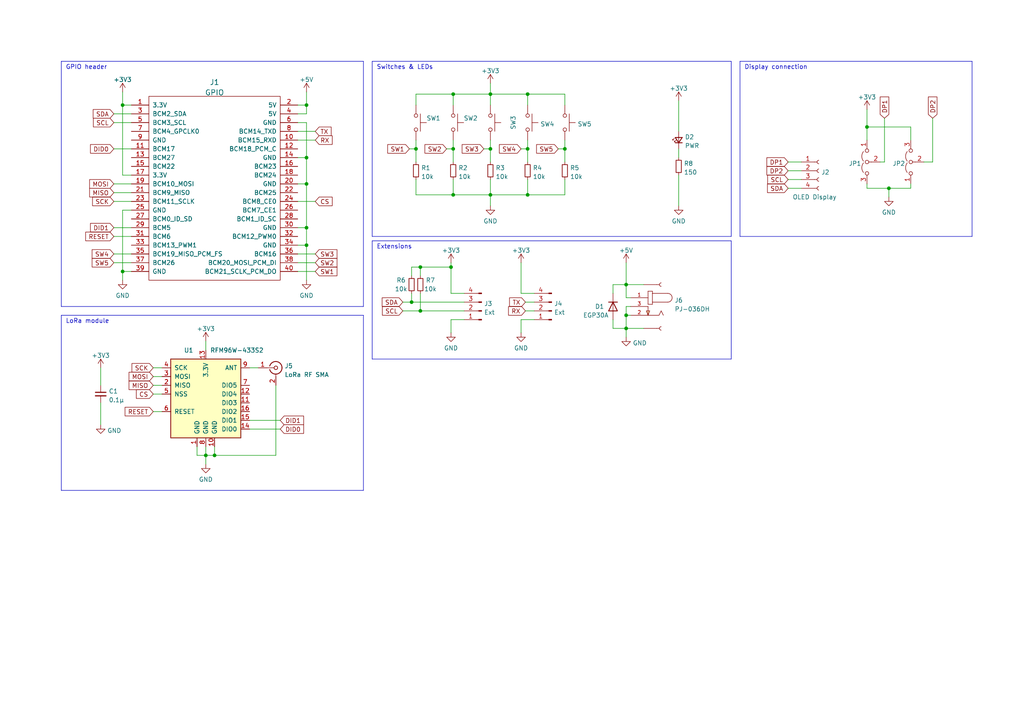
<source format=kicad_sch>
(kicad_sch (version 20230121) (generator eeschema)
  (paper "A4")
  (title_block (title "LoRa Raspberry Pi HAT") (date "2023-10-28") (rev "1,1") (company "SWISS-ARTG"))
  (lib_symbols
    (symbol "Conn_01x01_Female_1" (pin_numbers hide) (pin_names (offset 1.016) hide)
      (property "Reference" "J" (at 0 2.54 0))
      (property "Value" "Conn_01x01_Female_1" (at 0 -2.54 0))
      (symbol "Conn_01x01_Female_1_1_1"
        (polyline (pts (xy -1.27 0) (xy -0.508 0)) (stroke (width 0.1524)))
        (arc (start 0 0.508) (mid -0.5058 0) (end 0 -0.508) (stroke (width 0.1524)))
        (pin passive line (at -5.08 0 0) (length 3.81) (name "Pin_1") (number "1"))
      )
    )
    (symbol "Connector:Conn_01x01_Female" (pin_numbers hide) (pin_names (offset 1.016) hide)
      (property "Reference" "J" (at 0 2.54 0))
      (property "Value" "Conn_01x01_Female" (at 0 -2.54 0))
      (symbol "Conn_01x01_Female_1_1"
        (polyline (pts (xy -1.27 0) (xy -0.508 0)) (stroke (width 0.1524)))
        (arc (start 0 0.508) (mid -0.5058 0) (end 0 -0.508) (stroke (width 0.1524)))
        (pin passive line (at -5.08 0 0) (length 3.81) (name "Pin_1") (number "1"))
      )
    )
    (symbol "Connector:Conn_01x04_Female" (pin_names (offset 1.016) hide)
      (property "Reference" "J" (at 0 5.08 0))
      (property "Value" "Conn_01x04_Female" (at 0 -7.62 0))
      (symbol "Conn_01x04_Female_1_1"
        (arc (start 0 -4.572) (mid -0.5058 -5.08) (end 0 -5.588) (stroke (width 0.1524)))
        (arc (start 0 -2.032) (mid -0.5058 -2.54) (end 0 -3.048) (stroke (width 0.1524)))
        (polyline (pts (xy -1.27 -5.08) (xy -0.508 -5.08)) (stroke (width 0.1524)))
        (polyline (pts (xy -1.27 -2.54) (xy -0.508 -2.54)) (stroke (width 0.1524)))
        (polyline (pts (xy -1.27 0) (xy -0.508 0)) (stroke (width 0.1524)))
        (polyline (pts (xy -1.27 2.54) (xy -0.508 2.54)) (stroke (width 0.1524)))
        (arc (start 0 0.508) (mid -0.5058 0) (end 0 -0.508) (stroke (width 0.1524)))
        (arc (start 0 3.048) (mid -0.5058 2.54) (end 0 2.032) (stroke (width 0.1524)))
        (pin passive line (at -5.08 2.54 0) (length 3.81) (name "Pin_1") (number "1"))
        (pin passive line (at -5.08 0 0) (length 3.81) (name "Pin_2") (number "2"))
        (pin passive line (at -5.08 -2.54 0) (length 3.81) (name "Pin_3") (number "3"))
        (pin passive line (at -5.08 -5.08 0) (length 3.81) (name "Pin_4") (number "4"))
      )
    )
    (symbol "Connector:Conn_01x04_Male" (pin_names (offset 1.016) hide)
      (property "Reference" "J" (at 0 5.08 0))
      (property "Value" "Conn_01x04_Male" (at 0 -7.62 0))
      (symbol "Conn_01x04_Male_1_1"
        (polyline (pts (xy 1.27 -5.08) (xy 0.8636 -5.08)) (stroke (width 0.1524)))
        (polyline (pts (xy 1.27 -2.54) (xy 0.8636 -2.54)) (stroke (width 0.1524)))
        (polyline (pts (xy 1.27 0) (xy 0.8636 0)) (stroke (width 0.1524)))
        (polyline (pts (xy 1.27 2.54) (xy 0.8636 2.54)) (stroke (width 0.1524)))
        (rectangle (start 0.8636 -4.953) (end 0 -5.207) (stroke (width 0.1524)) (fill (type outline)))
        (rectangle (start 0.8636 -2.413) (end 0 -2.667) (stroke (width 0.1524)) (fill (type outline)))
        (rectangle (start 0.8636 0.127) (end 0 -0.127) (stroke (width 0.1524)) (fill (type outline)))
        (rectangle (start 0.8636 2.667) (end 0 2.413) (stroke (width 0.1524)) (fill (type outline)))
        (pin passive line (at 5.08 2.54 180) (length 3.81) (name "Pin_1") (number "1"))
        (pin passive line (at 5.08 0 180) (length 3.81) (name "Pin_2") (number "2"))
        (pin passive line (at 5.08 -2.54 180) (length 3.81) (name "Pin_3") (number "3"))
        (pin passive line (at 5.08 -5.08 180) (length 3.81) (name "Pin_4") (number "4"))
      )
    )
    (symbol "Connector:Conn_Coaxial" (pin_names (offset 1.016) hide)
      (property "Reference" "J" (at 0.254 3.048 0))
      (property "Value" "Conn_Coaxial" (at 2.921 0 90))
      (symbol "Conn_Coaxial_0_1"
        (arc (start -1.778 -0.508) (mid 0.222 -1.808) (end 1.778 0) (stroke (width 0.254)))
        (polyline (pts (xy -2.54 0) (xy -0.508 0)))
        (polyline (pts (xy 0 -2.54) (xy 0 -1.778)))
        (circle (center 0 0) (radius 0.508) (stroke (width 0.2032)))
        (arc (start 1.778 0) (mid 0.222 1.8083) (end -1.778 0.508) (stroke (width 0.254)))
      )
      (symbol "Conn_Coaxial_1_1"
        (pin passive line (at -5.08 0 0) (length 2.54) (name "In") (number "1"))
        (pin passive line (at 0 -5.08 90) (length 2.54) (name "Ext") (number "2"))
      )
    )
    (symbol "Device:C_Small" (pin_numbers hide) (pin_names (offset 0.254) hide)
      (property "Reference" "C" (at 0.254 1.778 0))
      (property "Value" "C_Small" (at 0.254 -2.032 0))
      (symbol "C_Small_0_1"
        (polyline (pts (xy -1.524 -0.508) (xy 1.524 -0.508)) (stroke (width 0.3302)))
        (polyline (pts (xy -1.524 0.508) (xy 1.524 0.508)) (stroke (width 0.3048)))
      )
      (symbol "C_Small_1_1"
        (pin passive line (at 0 2.54 270) (length 2.032) (name "~") (number "1"))
        (pin passive line (at 0 -2.54 90) (length 2.032) (name "~") (number "2"))
      )
    )
    (symbol "Device:LED_Small" (pin_numbers hide) (pin_names (offset 0.254) hide)
      (property "Reference" "D" (at -1.27 3.175 0))
      (property "Value" "LED_Small" (at -4.445 -2.54 0))
      (symbol "LED_Small_0_1"
        (polyline (pts (xy -0.762 -1.016) (xy -0.762 1.016)) (stroke (width 0.254)))
        (polyline (pts (xy 1.016 0) (xy -0.762 0)))
        (polyline (pts (xy 0.762 -1.016) (xy -0.762 0) (xy 0.762 1.016) (xy 0.762 -1.016)) (stroke (width 0.254)))
        (polyline (pts (xy 0 0.762) (xy -0.508 1.27) (xy -0.254 1.27) (xy -0.508 1.27) (xy -0.508 1.016)))
        (polyline (pts (xy 0.508 1.27) (xy 0 1.778) (xy 0.254 1.778) (xy 0 1.778) (xy 0 1.524)))
      )
      (symbol "LED_Small_1_1"
        (pin passive line (at -2.54 0 0) (length 1.778) (name "K") (number "1"))
        (pin passive line (at 2.54 0 180) (length 1.778) (name "A") (number "2"))
      )
    )
    (symbol "Device:R_Small" (pin_numbers hide) (pin_names (offset 0.254) hide)
      (property "Reference" "R" (at 0.762 0.508 0))
      (property "Value" "R_Small" (at 0.762 -1.016 0))
      (symbol "R_Small_0_1"
        (rectangle (start -0.762 1.778) (end 0.762 -1.778) (stroke (width 0.2032)))
      )
      (symbol "R_Small_1_1"
        (pin passive line (at 0 2.54 270) (length 0.762) (name "~") (number "1"))
        (pin passive line (at 0 -2.54 90) (length 0.762) (name "~") (number "2"))
      )
    )
    (symbol "DigiLink-Micro:PJ-036DH" (pin_names (offset 1.016) hide)
      (property "Reference" "J" (at -7.62 5.08 0))
      (property "Value" "PJ-036DH" (at -7.62 -5.08 0))
      (symbol "PJ-036DH_0_0"
        (arc (start -5.715 3.81) (mid -6.9795 2.54) (end -5.715 1.27) (stroke (width 0.1524)))
        (polyline (pts (xy -5.715 3.81) (xy -1.27 3.81)) (stroke (width 0.1524)))
        (polyline (pts (xy -3.81 -1.27) (xy -4.445 -2.54)) (stroke (width 0.1524)))
        (polyline (pts (xy -3.175 -2.54) (xy -3.81 -1.27)) (stroke (width 0.1524)))
        (polyline (pts (xy -1.27 0.635) (xy 0 0.635)) (stroke (width 0.1524)))
        (polyline (pts (xy -1.27 1.27) (xy -5.715 1.27)) (stroke (width 0.1524)))
        (polyline (pts (xy -1.27 1.27) (xy -1.27 0.635)) (stroke (width 0.1524)))
        (polyline (pts (xy -1.27 3.81) (xy -1.27 1.27)) (stroke (width 0.1524)))
        (polyline (pts (xy -1.27 4.445) (xy -1.27 3.81)) (stroke (width 0.1524)))
        (polyline (pts (xy 0 -2.54) (xy -3.175 -2.54)) (stroke (width 0.1524)))
        (polyline (pts (xy 0 0) (xy 0 -2.54)) (stroke (width 0.1524)))
        (polyline (pts (xy 0 0.635) (xy 0 4.445)) (stroke (width 0.1524)))
        (polyline (pts (xy 0 4.445) (xy -1.27 4.445)) (stroke (width 0.1524)))
        (polyline (pts (xy 0 -2.54) (xy -0.508 -1.27) (xy 0.508 -1.27) (xy 0 -2.54)) (stroke (width 0.1524)) (fill (type background)))
        (pin passive line (at 5.08 2.54 180) (length 5.08) (name "~") (number "1"))
        (pin passive line (at 5.08 -2.54 180) (length 5.08) (name "~") (number "2"))
        (pin passive line (at 5.08 0 180) (length 5.08) (name "~") (number "3"))
      )
    )
    (symbol "Diode:1N5400" (pin_numbers hide) (pin_names (offset 1.016) hide)
      (property "Reference" "D" (at 0 2.54 0))
      (property "Value" "1N5400" (at 0 -2.54 0))
      (symbol "1N5400_0_1"
        (polyline (pts (xy -1.27 1.27) (xy -1.27 -1.27)) (stroke (width 0.254)))
        (polyline (pts (xy 1.27 0) (xy -1.27 0)))
        (polyline (pts (xy 1.27 1.27) (xy 1.27 -1.27) (xy -1.27 0) (xy 1.27 1.27)) (stroke (width 0.254)))
      )
      (symbol "1N5400_1_1"
        (pin passive line (at -3.81 0 0) (length 2.54) (name "K") (number "1"))
        (pin passive line (at 3.81 0 180) (length 2.54) (name "A") (number "2"))
      )
    )
    (symbol "Jumper:Jumper_3_Open" (pin_names (offset 0) hide)
      (property "Reference" "JP" (at -2.54 -2.54 0))
      (property "Value" "Jumper_3_Open" (at 0 2.794 0))
      (symbol "Jumper_3_Open_0_0"
        (circle (center -3.302 0) (radius 0.508))
        (circle (center 0 0) (radius 0.508))
        (circle (center 3.302 0) (radius 0.508))
      )
      (symbol "Jumper_3_Open_0_1"
        (arc (start -0.254 1.016) (mid -1.651 1.4992) (end -3.048 1.016))
        (polyline (pts (xy 0 -0.508) (xy 0 -1.27)))
        (arc (start 3.048 1.016) (mid 1.651 1.4992) (end 0.254 1.016))
      )
      (symbol "Jumper_3_Open_1_1"
        (pin passive line (at -6.35 0 0) (length 2.54) (name "A") (number "1"))
        (pin passive line (at 0 -3.81 90) (length 2.54) (name "C") (number "2"))
        (pin passive line (at 6.35 0 180) (length 2.54) (name "B") (number "3"))
      )
    )
    (symbol "LoRa_Hat:RPi_GPIO" (pin_names (offset 1.016))
      (property "Reference" "J" (at 19.05 6.35 0))
      (property "Value" "RPi_GPIO" (at 19.05 3.81 0))
      (symbol "RPi_GPIO_0_1"
        (rectangle (start 0 2.54) (end 38.1 -50.8))
      )
      (symbol "RPi_GPIO_1_1"
        (pin power_in line (at -5.08 0 0) (length 5.08) (name "3.3V") (number "1"))
        (pin bidirectional line (at 43.18 -10.16 180) (length 5.08) (name "BCM15_RXD") (number "10"))
        (pin bidirectional line (at -5.08 -12.7 0) (length 5.08) (name "BCM17") (number "11"))
        (pin bidirectional line (at 43.18 -12.7 180) (length 5.08) (name "BCM18_PCM_C") (number "12"))
        (pin bidirectional line (at -5.08 -15.24 0) (length 5.08) (name "BCM27") (number "13"))
        (pin power_in line (at 43.18 -15.24 180) (length 5.08) (name "GND") (number "14"))
        (pin bidirectional line (at -5.08 -17.78 0) (length 5.08) (name "BCM22") (number "15"))
        (pin bidirectional line (at 43.18 -17.78 180) (length 5.08) (name "BCM23") (number "16"))
        (pin power_in line (at -5.08 -20.32 0) (length 5.08) (name "3.3V") (number "17"))
        (pin bidirectional line (at 43.18 -20.32 180) (length 5.08) (name "BCM24") (number "18"))
        (pin bidirectional line (at -5.08 -22.86 0) (length 5.08) (name "BCM10_MOSI") (number "19"))
        (pin power_in line (at 43.18 0 180) (length 5.08) (name "5V") (number "2"))
        (pin power_in line (at 43.18 -22.86 180) (length 5.08) (name "GND") (number "20"))
        (pin bidirectional line (at -5.08 -25.4 0) (length 5.08) (name "BCM9_MISO") (number "21"))
        (pin bidirectional line (at 43.18 -25.4 180) (length 5.08) (name "BCM25") (number "22"))
        (pin bidirectional line (at -5.08 -27.94 0) (length 5.08) (name "BCM11_SCLK") (number "23"))
        (pin bidirectional line (at 43.18 -27.94 180) (length 5.08) (name "BCM8_CE0") (number "24"))
        (pin power_in line (at -5.08 -30.48 0) (length 5.08) (name "GND") (number "25"))
        (pin bidirectional line (at 43.18 -30.48 180) (length 5.08) (name "BCM7_CE1") (number "26"))
        (pin bidirectional line (at -5.08 -33.02 0) (length 5.08) (name "BCM0_ID_SD") (number "27"))
        (pin bidirectional line (at 43.18 -33.02 180) (length 5.08) (name "BCM1_ID_SC") (number "28"))
        (pin bidirectional line (at -5.08 -35.56 0) (length 5.08) (name "BCM5") (number "29"))
        (pin bidirectional line (at -5.08 -2.54 0) (length 5.08) (name "BCM2_SDA") (number "3"))
        (pin power_in line (at 43.18 -35.56 180) (length 5.08) (name "GND") (number "30"))
        (pin bidirectional line (at -5.08 -38.1 0) (length 5.08) (name "BCM6") (number "31"))
        (pin bidirectional line (at 43.18 -38.1 180) (length 5.08) (name "BCM12_PWM0") (number "32"))
        (pin bidirectional line (at -5.08 -40.64 0) (length 5.08) (name "BCM13_PWM1") (number "33"))
        (pin power_in line (at 43.18 -40.64 180) (length 5.08) (name "GND") (number "34"))
        (pin bidirectional line (at -5.08 -43.18 0) (length 5.08) (name "BCM19_MISO_PCM_FS") (number "35"))
        (pin bidirectional line (at 43.18 -43.18 180) (length 5.08) (name "BCM16") (number "36"))
        (pin bidirectional line (at -5.08 -45.72 0) (length 5.08) (name "BCM26") (number "37"))
        (pin bidirectional line (at 43.18 -45.72 180) (length 5.08) (name "BCM20_MOSI_PCM_DI") (number "38"))
        (pin power_in line (at -5.08 -48.26 0) (length 5.08) (name "GND") (number "39"))
        (pin power_in line (at 43.18 -2.54 180) (length 5.08) (name "5V") (number "4"))
        (pin bidirectional line (at 43.18 -48.26 180) (length 5.08) (name "BCM21_SCLK_PCM_DO") (number "40"))
        (pin bidirectional line (at -5.08 -5.08 0) (length 5.08) (name "BCM3_SCL") (number "5"))
        (pin power_in line (at 43.18 -5.08 180) (length 5.08) (name "GND") (number "6"))
        (pin bidirectional line (at -5.08 -7.62 0) (length 5.08) (name "BCM4_GPCLK0") (number "7"))
        (pin bidirectional line (at 43.18 -7.62 180) (length 5.08) (name "BCM14_TXD") (number "8"))
        (pin power_in line (at -5.08 -10.16 0) (length 5.08) (name "GND") (number "9"))
      )
    )
    (symbol "RF_Module:RFM96W-433S2" (pin_names (offset 1.016))
      (property "Reference" "U" (at -10.414 11.684 0))
      (property "Value" "RFM96W-433S2" (at 1.524 11.43 0))
      (symbol "RFM96W-433S2_0_1"
        (rectangle (start -10.16 10.16) (end 10.16 -12.7) (stroke (width 0.254)) (fill (type background)))
      )
      (symbol "RFM96W-433S2_1_1"
        (pin power_in line (at -2.54 -15.24 90) (length 2.54) (name "GND") (number "1"))
        (pin power_in line (at 2.54 -15.24 90) (length 2.54) (name "GND") (number "10"))
        (pin bidirectional line (at 12.7 -2.54 180) (length 2.54) (name "DIO3") (number "11"))
        (pin bidirectional line (at 12.7 0 180) (length 2.54) (name "DIO4") (number "12"))
        (pin power_in line (at 0 12.7 270) (length 2.54) (name "3.3V") (number "13"))
        (pin bidirectional line (at 12.7 -10.16 180) (length 2.54) (name "DIO0") (number "14"))
        (pin bidirectional line (at 12.7 -7.62 180) (length 2.54) (name "DIO1") (number "15"))
        (pin bidirectional line (at 12.7 -5.08 180) (length 2.54) (name "DIO2") (number "16"))
        (pin output line (at -12.7 2.54 0) (length 2.54) (name "MISO") (number "2"))
        (pin input line (at -12.7 5.08 0) (length 2.54) (name "MOSI") (number "3"))
        (pin input line (at -12.7 7.62 0) (length 2.54) (name "SCK") (number "4"))
        (pin input line (at -12.7 0 0) (length 2.54) (name "NSS") (number "5"))
        (pin bidirectional line (at -12.7 -5.08 0) (length 2.54) (name "RESET") (number "6"))
        (pin bidirectional line (at 12.7 2.54 180) (length 2.54) (name "DIO5") (number "7"))
        (pin power_in line (at 0 -15.24 90) (length 2.54) (name "GND") (number "8"))
        (pin bidirectional line (at 12.7 7.62 180) (length 2.54) (name "ANT") (number "9"))
      )
    )
    (symbol "Switch:SW_Push" (pin_numbers hide) (pin_names (offset 1.016) hide)
      (property "Reference" "SW" (at 1.27 2.54 0))
      (property "Value" "SW_Push" (at 0 -1.524 0))
      (symbol "SW_Push_0_1"
        (circle (center -2.032 0) (radius 0.508))
        (polyline (pts (xy 0 1.27) (xy 0 3.048)))
        (polyline (pts (xy 2.54 1.27) (xy -2.54 1.27)))
        (circle (center 2.032 0) (radius 0.508))
        (pin passive line (at -5.08 0 0) (length 2.54) (name "1") (number "1"))
        (pin passive line (at 5.08 0 180) (length 2.54) (name "2") (number "2"))
      )
    )
    (symbol "power:+3.3V" (power) (pin_names (offset 0))
      (property "Value" "+3.3V" (at 0 3.556 0))
      (symbol "+3.3V_0_1"
        (polyline (pts (xy -0.762 1.27) (xy 0 2.54)))
        (polyline (pts (xy 0 0) (xy 0 2.54)))
        (polyline (pts (xy 0 2.54) (xy 0.762 1.27)))
      )
      (symbol "+3.3V_1_1"
        (pin power_in line (at 0 0 90) (length 0) hide (name "+3V3") (number "1"))
      )
    )
    (symbol "power:+5V" (power) (pin_names (offset 0))
      (property "Value" "+5V" (at 0 3.556 0))
      (symbol "+5V_0_1"
        (polyline (pts (xy -0.762 1.27) (xy 0 2.54)))
        (polyline (pts (xy 0 0) (xy 0 2.54)))
        (polyline (pts (xy 0 2.54) (xy 0.762 1.27)))
      )
      (symbol "+5V_1_1"
        (pin power_in line (at 0 0 90) (length 0) hide (name "+5V") (number "1"))
      )
    )
    (symbol "power:GND" (power) (pin_names (offset 0))
      (property "Value" "GND" (at 0 -3.81 0))
      (symbol "GND_0_1"
        (polyline (pts (xy 0 0) (xy 0 -1.27) (xy 1.27 -1.27) (xy 0 -2.54) (xy -1.27 -1.27) (xy 0 -1.27)))
      )
      (symbol "GND_1_1"
        (pin power_in line (at 0 0 270) (length 0) hide (name "GND") (number "1"))
      )
    )
  )
  (junction (at 62.23 132.08))
  (junction (at 88.9 66.04))
  (junction (at 88.9 30.48))
  (junction (at 181.61 91.44))
  (junction (at 142.24 43.18))
  (junction (at 131.445 27.305))
  (junction (at 142.24 56.515))
  (junction (at 153.035 43.18))
  (junction (at 142.24 27.305))
  (junction (at 121.92 90.17))
  (junction (at 131.445 43.18))
  (junction (at 121.92 77.47))
  (junction (at 153.035 56.515))
  (junction (at 119.38 87.63))
  (junction (at 88.9 53.34))
  (junction (at 153.035 27.305))
  (junction (at 181.61 95.25))
  (junction (at 35.56 78.74))
  (junction (at 59.69 132.08))
  (junction (at 181.61 82.55))
  (junction (at 131.445 56.515))
  (junction (at 120.65 43.18))
  (junction (at 35.56 30.48))
  (junction (at 251.46 36.83))
  (junction (at 257.81 54.61))
  (junction (at 130.81 77.47))
  (junction (at 88.9 45.72))
  (junction (at 163.83 43.18))
  (junction (at 88.9 71.12))
  (wire (pts (xy 86.36 58.42) (xy 91.44 58.42)))
  (wire (pts (xy 151.13 92.71) (xy 154.94 92.71)))
  (wire (pts (xy 153.035 27.305) (xy 153.035 30.48)))
  (wire (pts (xy 118.745 43.18) (xy 120.65 43.18)))
  (wire (pts (xy 59.69 129.54) (xy 59.69 132.08)))
  (wire (pts (xy 86.36 33.02) (xy 88.9 33.02)))
  (wire (pts (xy 88.9 45.72) (xy 88.9 53.34)))
  (wire (pts (xy 119.38 87.63) (xy 134.62 87.63)))
  (wire (pts (xy 177.8 82.55) (xy 181.61 82.55)))
  (polyline (pts (xy 17.78 91.44) (xy 20.32 91.44)))
  (polyline (pts (xy 105.41 91.44) (xy 105.41 142.24)))
  (wire (pts (xy 88.9 33.02) (xy 88.9 30.48)))
  (wire (pts (xy 33.02 55.88) (xy 38.1 55.88)))
  (wire (pts (xy 142.24 27.305) (xy 142.24 30.48)))
  (wire (pts (xy 181.61 82.55) (xy 181.61 86.36)))
  (wire (pts (xy 80.01 132.08) (xy 62.23 132.08)))
  (wire (pts (xy 257.81 54.61) (xy 264.16 54.61)))
  (wire (pts (xy 228.6 49.53) (xy 232.41 49.53)))
  (wire (pts (xy 33.02 43.18) (xy 38.1 43.18)))
  (wire (pts (xy 181.61 82.55) (xy 186.69 82.55)))
  (polyline (pts (xy 107.95 17.78) (xy 212.09 17.78)))
  (wire (pts (xy 120.65 56.515) (xy 131.445 56.515)))
  (wire (pts (xy 35.56 78.74) (xy 38.1 78.74)))
  (wire (pts (xy 153.035 27.305) (xy 163.83 27.305)))
  (wire (pts (xy 142.24 56.515) (xy 153.035 56.515)))
  (wire (pts (xy 142.24 56.515) (xy 142.24 59.69)))
  (wire (pts (xy 182.88 88.9) (xy 181.61 88.9)))
  (wire (pts (xy 35.56 50.8) (xy 38.1 50.8)))
  (wire (pts (xy 35.56 60.96) (xy 35.56 78.74)))
  (wire (pts (xy 251.46 36.83) (xy 251.46 40.64)))
  (wire (pts (xy 120.65 43.18) (xy 120.65 46.99)))
  (wire (pts (xy 121.92 77.47) (xy 130.81 77.47)))
  (wire (pts (xy 140.335 43.18) (xy 142.24 43.18)))
  (polyline (pts (xy 212.09 17.78) (xy 212.09 68.58)))
  (wire (pts (xy 257.81 54.61) (xy 257.81 57.15)))
  (wire (pts (xy 88.9 35.56) (xy 88.9 45.72)))
  (wire (pts (xy 59.69 132.08) (xy 59.69 134.62)))
  (wire (pts (xy 119.38 80.01) (xy 119.38 77.47)))
  (wire (pts (xy 72.39 121.92) (xy 81.28 121.92)))
  (wire (pts (xy 35.56 30.48) (xy 38.1 30.48)))
  (polyline (pts (xy 214.63 68.58) (xy 214.63 17.78)))
  (wire (pts (xy 251.46 53.34) (xy 251.46 54.61)))
  (wire (pts (xy 251.46 31.75) (xy 251.46 36.83)))
  (wire (pts (xy 33.02 33.02) (xy 38.1 33.02)))
  (wire (pts (xy 121.92 85.09) (xy 121.92 90.17)))
  (wire (pts (xy 142.24 27.305) (xy 153.035 27.305)))
  (wire (pts (xy 130.81 96.52) (xy 130.81 92.71)))
  (polyline (pts (xy 19.05 17.78) (xy 105.41 17.78)))
  (wire (pts (xy 255.27 46.99) (xy 256.54 46.99)))
  (polyline (pts (xy 212.09 104.14) (xy 107.95 104.14)))
  (wire (pts (xy 130.81 92.71) (xy 134.62 92.71)))
  (wire (pts (xy 86.36 30.48) (xy 88.9 30.48)))
  (wire (pts (xy 163.83 43.18) (xy 163.83 46.99)))
  (wire (pts (xy 196.85 29.21) (xy 196.85 38.1)))
  (wire (pts (xy 86.36 71.12) (xy 88.9 71.12)))
  (wire (pts (xy 33.02 58.42) (xy 38.1 58.42)))
  (wire (pts (xy 33.02 53.34) (xy 38.1 53.34)))
  (wire (pts (xy 153.035 40.64) (xy 153.035 43.18)))
  (polyline (pts (xy 217.17 17.78) (xy 281.94 17.78)))
  (wire (pts (xy 264.16 54.61) (xy 264.16 53.34)))
  (wire (pts (xy 33.02 68.58) (xy 38.1 68.58)))
  (wire (pts (xy 119.38 85.09) (xy 119.38 87.63)))
  (wire (pts (xy 152.4 90.17) (xy 154.94 90.17)))
  (wire (pts (xy 35.56 30.48) (xy 35.56 50.8)))
  (polyline (pts (xy 17.78 17.78) (xy 19.05 17.78)))
  (polyline (pts (xy 105.41 88.9) (xy 17.78 88.9)))
  (wire (pts (xy 196.85 50.8) (xy 196.85 59.69)))
  (wire (pts (xy 228.6 52.07) (xy 232.41 52.07)))
  (wire (pts (xy 181.61 76.2) (xy 181.61 82.55)))
  (wire (pts (xy 86.36 45.72) (xy 88.9 45.72)))
  (wire (pts (xy 116.84 90.17) (xy 121.92 90.17)))
  (wire (pts (xy 88.9 66.04) (xy 88.9 71.12)))
  (wire (pts (xy 151.13 43.18) (xy 153.035 43.18)))
  (polyline (pts (xy 212.09 69.85) (xy 212.09 104.14)))
  (wire (pts (xy 88.9 30.48) (xy 88.9 26.67)))
  (wire (pts (xy 142.24 40.64) (xy 142.24 43.18)))
  (wire (pts (xy 151.13 85.09) (xy 154.94 85.09)))
  (polyline (pts (xy 105.41 17.78) (xy 105.41 88.9)))
  (wire (pts (xy 120.65 52.07) (xy 120.65 56.515)))
  (polyline (pts (xy 20.32 91.44) (xy 105.41 91.44)))
  (wire (pts (xy 256.54 46.99) (xy 256.54 34.29)))
  (polyline (pts (xy 214.63 17.78) (xy 217.17 17.78)))
  (wire (pts (xy 181.61 86.36) (xy 182.88 86.36)))
  (wire (pts (xy 151.13 96.52) (xy 151.13 92.71)))
  (wire (pts (xy 181.61 95.25) (xy 181.61 97.79)))
  (wire (pts (xy 121.92 77.47) (xy 121.92 80.01)))
  (wire (pts (xy 153.035 43.18) (xy 153.035 46.99)))
  (wire (pts (xy 163.83 40.64) (xy 163.83 43.18)))
  (wire (pts (xy 72.39 124.46) (xy 81.28 124.46)))
  (wire (pts (xy 177.8 92.71) (xy 177.8 95.25)))
  (polyline (pts (xy 107.95 69.85) (xy 130.81 69.85)))
  (wire (pts (xy 33.02 35.56) (xy 38.1 35.56)))
  (wire (pts (xy 142.24 43.18) (xy 142.24 46.99)))
  (wire (pts (xy 116.84 87.63) (xy 119.38 87.63)))
  (wire (pts (xy 86.36 76.2) (xy 91.44 76.2)))
  (wire (pts (xy 35.56 81.28) (xy 35.56 78.74)))
  (wire (pts (xy 44.45 119.38) (xy 46.99 119.38)))
  (wire (pts (xy 62.23 132.08) (xy 59.69 132.08)))
  (wire (pts (xy 131.445 40.64) (xy 131.445 43.18)))
  (polyline (pts (xy 107.95 104.14) (xy 107.95 69.85)))
  (wire (pts (xy 120.65 40.64) (xy 120.65 43.18)))
  (wire (pts (xy 131.445 27.305) (xy 142.24 27.305)))
  (wire (pts (xy 181.61 91.44) (xy 182.88 91.44)))
  (wire (pts (xy 86.36 66.04) (xy 88.9 66.04)))
  (wire (pts (xy 44.45 106.68) (xy 46.99 106.68)))
  (wire (pts (xy 29.21 106.68) (xy 29.21 111.76)))
  (wire (pts (xy 177.8 85.09) (xy 177.8 82.55)))
  (wire (pts (xy 163.83 27.305) (xy 163.83 30.48)))
  (wire (pts (xy 130.81 76.2) (xy 130.81 77.47)))
  (wire (pts (xy 153.035 52.07) (xy 153.035 56.515)))
  (wire (pts (xy 35.56 26.67) (xy 35.56 30.48)))
  (wire (pts (xy 181.61 91.44) (xy 181.61 95.25)))
  (wire (pts (xy 161.925 43.18) (xy 163.83 43.18)))
  (polyline (pts (xy 17.78 88.9) (xy 17.78 17.78)))
  (wire (pts (xy 86.36 35.56) (xy 88.9 35.56)))
  (wire (pts (xy 142.24 52.07) (xy 142.24 56.515)))
  (wire (pts (xy 72.39 106.68) (xy 74.93 106.68)))
  (wire (pts (xy 33.02 76.2) (xy 38.1 76.2)))
  (polyline (pts (xy 17.78 91.44) (xy 17.78 142.24)))
  (wire (pts (xy 86.36 78.74) (xy 91.44 78.74)))
  (wire (pts (xy 251.46 36.83) (xy 264.16 36.83)))
  (wire (pts (xy 228.6 46.99) (xy 232.41 46.99)))
  (wire (pts (xy 129.54 43.18) (xy 131.445 43.18)))
  (wire (pts (xy 120.65 30.48) (xy 120.65 27.305)))
  (wire (pts (xy 152.4 87.63) (xy 154.94 87.63)))
  (wire (pts (xy 62.23 129.54) (xy 62.23 132.08)))
  (wire (pts (xy 88.9 71.12) (xy 88.9 81.28)))
  (wire (pts (xy 130.81 77.47) (xy 130.81 85.09)))
  (wire (pts (xy 267.97 46.99) (xy 270.51 46.99)))
  (wire (pts (xy 86.36 38.1) (xy 91.44 38.1)))
  (wire (pts (xy 153.035 56.515) (xy 163.83 56.515)))
  (wire (pts (xy 33.02 73.66) (xy 38.1 73.66)))
  (polyline (pts (xy 212.09 68.58) (xy 107.95 68.58)))
  (polyline (pts (xy 107.95 17.78) (xy 107.95 68.58)))
  (wire (pts (xy 251.46 54.61) (xy 257.81 54.61)))
  (wire (pts (xy 33.02 66.04) (xy 38.1 66.04)))
  (wire (pts (xy 86.36 40.64) (xy 91.44 40.64)))
  (wire (pts (xy 86.36 53.34) (xy 88.9 53.34)))
  (wire (pts (xy 151.13 76.2) (xy 151.13 85.09)))
  (wire (pts (xy 29.21 116.84) (xy 29.21 123.19)))
  (wire (pts (xy 130.81 85.09) (xy 134.62 85.09)))
  (wire (pts (xy 131.445 52.07) (xy 131.445 56.515)))
  (wire (pts (xy 44.45 114.3) (xy 46.99 114.3)))
  (wire (pts (xy 44.45 111.76) (xy 46.99 111.76)))
  (wire (pts (xy 119.38 77.47) (xy 121.92 77.47)))
  (wire (pts (xy 228.6 54.61) (xy 232.41 54.61)))
  (wire (pts (xy 270.51 46.99) (xy 270.51 34.29)))
  (wire (pts (xy 181.61 88.9) (xy 181.61 91.44)))
  (wire (pts (xy 59.69 132.08) (xy 57.15 132.08)))
  (polyline (pts (xy 281.94 17.78) (xy 281.94 68.58)))
  (wire (pts (xy 196.85 43.18) (xy 196.85 45.72)))
  (wire (pts (xy 121.92 90.17) (xy 134.62 90.17)))
  (wire (pts (xy 120.65 27.305) (xy 131.445 27.305)))
  (polyline (pts (xy 105.41 142.24) (xy 17.78 142.24)))
  (wire (pts (xy 163.83 52.07) (xy 163.83 56.515)))
  (wire (pts (xy 57.15 132.08) (xy 57.15 129.54)))
  (wire (pts (xy 88.9 53.34) (xy 88.9 66.04)))
  (wire (pts (xy 177.8 95.25) (xy 181.61 95.25)))
  (wire (pts (xy 131.445 43.18) (xy 131.445 46.99)))
  (wire (pts (xy 131.445 27.305) (xy 131.445 30.48)))
  (wire (pts (xy 59.69 98.933) (xy 59.69 101.6)))
  (wire (pts (xy 38.1 60.96) (xy 35.56 60.96)))
  (polyline (pts (xy 130.81 69.85) (xy 212.09 69.85)))
  (wire (pts (xy 131.445 56.515) (xy 142.24 56.515)))
  (wire (pts (xy 142.24 24.13) (xy 142.24 27.305)))
  (wire (pts (xy 181.61 95.25) (xy 186.69 95.25)))
  (wire (pts (xy 264.16 36.83) (xy 264.16 40.64)))
  (wire (pts (xy 44.45 109.22) (xy 46.99 109.22)))
  (wire (pts (xy 86.36 73.66) (xy 91.44 73.66)))
  (polyline (pts (xy 281.94 68.58) (xy 214.63 68.58)))
  (wire (pts (xy 80.01 111.76) (xy 80.01 132.08)))
  (text "LoRa module" (at 19.05 93.98 0) (effects (font (size 1.27 1.27)) (justify left bottom)))
  (text "GPIO header" (at 19.05 20.32 0) (effects (font (size 1.27 1.27)) (justify left bottom)))
  (text "Switches & LEDs" (at 109.22 20.32 0) (effects (font (size 1.27 1.27)) (justify left bottom)))
  (text "Display connection" (at 215.9 20.32 0) (effects (font (size 1.27 1.27)) (justify left bottom)))
  (text "Extensions" (at 109.22 72.39 0) (effects (font (size 1.27 1.27)) (justify left bottom)))
  (global_label "SDA" (shape input) (at 116.84 87.63 180) (property "Intersheetrefs" "${INTERSHEET_REFS}" (effects hide)))
  (global_label "MOSI" (shape input) (at 44.45 109.22 180) (property "Intersheetrefs" "${INTERSHEET_REFS}" (effects hide)))
  (global_label "RX" (shape input) (at 91.44 40.64 0) (property "Intersheetrefs" "${INTERSHEET_REFS}" (effects hide)))
  (global_label "SCL" (shape input) (at 228.6 52.07 180) (property "Intersheetrefs" "${INTERSHEET_REFS}" (effects hide)))
  (global_label "CS" (shape input) (at 91.44 58.42 0) (property "Intersheetrefs" "${INTERSHEET_REFS}" (effects hide)))
  (global_label "MOSI" (shape input) (at 33.02 53.34 180) (property "Intersheetrefs" "${INTERSHEET_REFS}" (effects hide)))
  (global_label "DP1" (shape input) (at 228.6 46.99 180) (property "Intersheetrefs" "${INTERSHEET_REFS}" (effects hide)))
  (global_label "SDA" (shape input) (at 33.02 33.02 180) (property "Intersheetrefs" "${INTERSHEET_REFS}" (effects hide)))
  (global_label "DID0" (shape input) (at 33.02 43.18 180) (property "Intersheetrefs" "${INTERSHEET_REFS}" (effects hide)))
  (global_label "SCK" (shape input) (at 33.02 58.42 180) (property "Intersheetrefs" "${INTERSHEET_REFS}" (effects hide)))
  (global_label "DID0" (shape input) (at 81.28 124.46 0) (property "Intersheetrefs" "${INTERSHEET_REFS}" (effects hide)))
  (global_label "DP2" (shape input) (at 228.6 49.53 180) (property "Intersheetrefs" "${INTERSHEET_REFS}" (effects hide)))
  (global_label "CS" (shape input) (at 44.45 114.3 180) (property "Intersheetrefs" "${INTERSHEET_REFS}" (effects hide)))
  (global_label "SCL" (shape input) (at 116.84 90.17 180) (property "Intersheetrefs" "${INTERSHEET_REFS}" (effects hide)))
  (global_label "SW3" (shape input) (at 91.44 73.66 0) (property "Intersheetrefs" "${INTERSHEET_REFS}" (effects hide)))
  (global_label "SW5" (shape input) (at 33.02 76.2 180) (property "Intersheetrefs" "${INTERSHEET_REFS}" (effects hide)))
  (global_label "SW2" (shape input) (at 129.54 43.18 180) (property "Intersheetrefs" "${INTERSHEET_REFS}" (effects hide)))
  (global_label "SCK" (shape input) (at 44.45 106.68 180) (property "Intersheetrefs" "${INTERSHEET_REFS}" (effects hide)))
  (global_label "SW1" (shape input) (at 91.44 78.74 0) (property "Intersheetrefs" "${INTERSHEET_REFS}" (effects hide)))
  (global_label "RX" (shape input) (at 152.4 90.17 180) (property "Intersheetrefs" "${INTERSHEET_REFS}" (effects hide)))
  (global_label "SCL" (shape input) (at 33.02 35.56 180) (property "Intersheetrefs" "${INTERSHEET_REFS}" (effects hide)))
  (global_label "RESET" (shape input) (at 44.45 119.38 180) (property "Intersheetrefs" "${INTERSHEET_REFS}" (effects hide)))
  (global_label "TX" (shape input) (at 91.44 38.1 0) (property "Intersheetrefs" "${INTERSHEET_REFS}" (effects hide)))
  (global_label "SW5" (shape input) (at 161.925 43.18 180) (property "Intersheetrefs" "${INTERSHEET_REFS}" (effects hide)))
  (global_label "TX" (shape input) (at 152.4 87.63 180) (property "Intersheetrefs" "${INTERSHEET_REFS}" (effects hide)))
  (global_label "MISO" (shape input) (at 44.45 111.76 180) (property "Intersheetrefs" "${INTERSHEET_REFS}" (effects hide)))
  (global_label "SW4" (shape input) (at 151.13 43.18 180) (property "Intersheetrefs" "${INTERSHEET_REFS}" (effects hide)))
  (global_label "SW1" (shape input) (at 118.745 43.18 180) (property "Intersheetrefs" "${INTERSHEET_REFS}" (effects hide)))
  (global_label "SW3" (shape input) (at 140.335 43.18 180) (property "Intersheetrefs" "${INTERSHEET_REFS}" (effects hide)))
  (global_label "DP1" (shape input) (at 256.54 34.29 90) (property "Intersheetrefs" "${INTERSHEET_REFS}" (effects hide)))
  (global_label "SW4" (shape input) (at 33.02 73.66 180) (property "Intersheetrefs" "${INTERSHEET_REFS}" (effects hide)))
  (global_label "MISO" (shape input) (at 33.02 55.88 180) (property "Intersheetrefs" "${INTERSHEET_REFS}" (effects hide)))
  (global_label "DID1" (shape input) (at 33.02 66.04 180) (property "Intersheetrefs" "${INTERSHEET_REFS}" (effects hide)))
  (global_label "RESET" (shape input) (at 33.02 68.58 180) (property "Intersheetrefs" "${INTERSHEET_REFS}" (effects hide)))
  (global_label "SW2" (shape input) (at 91.44 76.2 0) (property "Intersheetrefs" "${INTERSHEET_REFS}" (effects hide)))
  (global_label "SDA" (shape input) (at 228.6 54.61 180) (property "Intersheetrefs" "${INTERSHEET_REFS}" (effects hide)))
  (global_label "DP2" (shape input) (at 270.51 34.29 90) (property "Intersheetrefs" "${INTERSHEET_REFS}" (effects hide)))
  (global_label "DID1" (shape input) (at 81.28 121.92 0) (property "Intersheetrefs" "${INTERSHEET_REFS}" (effects hide)))
  (symbol (lib_id "Connector:Conn_01x04_Male") (at 160.02 90.17 180) (unit 1)
    (property "Reference" "J4" (at 160.7312 88.0653 0) (effects (justify right)))
    (property "Value" "Ext" (at 160.7312 90.6022 0) (effects (justify right)))
    (property "Footprint" "Connector_PinHeader_2.54mm:PinHeader_1x04_P2.54mm_Horizontal" (effects hide))
    (property "Price" "0.23" (effects hide))
    (property "Digikey Part No." "952-1965-ND" (effects hide))
    (property "MANUFACTURER" "Harwin" (effects hide))
    (property "Manufacturer Part No." "M20-9750446" (effects hide))
    (property "Mouser Part No." "855-M20-9750446" (effects hide))
  )
  (symbol (lib_id "Device:R_Small") (at 163.83 49.53 0) (unit 1)
    (property "Reference" "R5" (at 165.3286 48.6953 0) (effects (justify left)))
    (property "Value" "10k" (at 165.3286 51.2322 0) (effects (justify left)))
    (property "Footprint" "Footprints:R_Axial_DIN0207_L6.3mm_D2.5mm_P7.62mm_Horizontal" (effects hide))
    (property "LCSC Part Number" "C25819" (effects hide))
    (property "Price" "0.10" (effects hide))
    (property "Digikey Part No." "A105985CT-ND" (effects hide))
    (property "MANUFACTURER" "TE Connectivity" (effects hide))
    (property "Manufacturer Part No." "CFR25J10K" (effects hide))
    (property "Mouser Part No." "279-CFR25J10K" (effects hide))
  )
  (symbol (lib_id "Switch:SW_Push") (at 142.24 35.56 270) (unit 1)
    (property "Reference" "SW3" (at 148.8608 35.56 0))
    (property "Value" "SW_Push" (effects hide))
    (property "Footprint" "Button_Switch_THT:SW_PUSH_6mm_H4.3mm" (effects hide))
    (property "Price" "0.10" (effects hide))
    (property "Digikey Part No." "2223-TS02-66-50-BK-100-SCR-D-ND" (effects hide))
    (property "MANUFACTURER" "CUI Devices" (effects hide))
    (property "Manufacturer Part No." "TS02-66-50-BK-100-SCR-D " (effects hide))
    (property "Mouser Part No." "179-TS026650BK100SCR" (effects hide))
  )
  (symbol (lib_id "Jumper:Jumper_3_Open") (at 251.46 46.99 90) (mirror x) (unit 1)
    (property "Reference" "JP1" (at 249.8339 47.4238 90) (effects (justify left)))
    (property "Value" "Jumper_3_Bridged12" (effects hide))
    (property "Footprint" "Jumper:SolderJumper-3_P1.3mm_Open_RoundedPad1.0x1.5mm" (effects hide))
    (property "MANUFACTURER" "PCB pads" (effects hide))
  )
  (symbol (lib_id "Device:R_Small") (at 119.38 82.55 0) (unit 1)
    (property "Reference" "R6" (at 116.332 81.28 0))
    (property "Value" "10k" (at 116.332 83.82 0))
    (property "Footprint" "Footprints:R_Axial_DIN0207_L6.3mm_D2.5mm_P7.62mm_Horizontal" (effects hide))
    (property "LCSC Part Number" "C25804" (effects hide))
    (property "Price" "0.10" (effects hide))
    (property "Digikey Part No." "A105985CT-ND" (effects hide))
    (property "MANUFACTURER" "TE Connectivity" (effects hide))
    (property "Manufacturer Part No." "CFR25J10K" (effects hide))
    (property "Mouser Part No." "279-CFR25J10K" (effects hide))
  )
  (symbol (lib_id "power:GND") (at 181.61 97.79 0) (mirror y) (unit 1)
    (property "Reference" "#PWR0115" (effects hide))
    (property "Value" "GND" (at 183.515 99.4938 0) (effects (justify right)))
  )
  (symbol (lib_id "power:GND") (at 35.56 81.28 0) (unit 1)
    (property "Reference" "#PWR0105" (effects hide))
    (property "Value" "GND" (at 35.56 85.7234 0))
  )
  (symbol (lib_id "power:+5V") (at 88.9 26.67 0) (unit 1)
    (property "Reference" "#PWR0111" (effects hide))
    (property "Value" "+5V" (at 88.9 23.0942 0))
  )
  (symbol (lib_id "Device:R_Small") (at 120.65 49.53 0) (unit 1)
    (property "Reference" "R1" (at 122.1486 48.6953 0) (effects (justify left)))
    (property "Value" "10k" (at 122.1486 51.2322 0) (effects (justify left)))
    (property "Footprint" "Footprints:R_Axial_DIN0207_L6.3mm_D2.5mm_P7.62mm_Horizontal" (effects hide))
    (property "LCSC Part Number" "C25819" (effects hide))
    (property "Price" "0.10" (effects hide))
    (property "Digikey Part No." "A105985CT-ND" (effects hide))
    (property "MANUFACTURER" "TE Connectivity" (effects hide))
    (property "Manufacturer Part No." "CFR25J10K" (effects hide))
    (property "Mouser Part No." "279-CFR25J10K" (effects hide))
  )
  (symbol (lib_id "power:GND") (at 257.81 57.15 0) (unit 1)
    (property "Reference" "#PWR0103" (effects hide))
    (property "Value" "GND" (at 257.81 61.5934 0))
  )
  (symbol (lib_id "LoRa_Hat:RPi_GPIO") (at 43.18 30.48 0) (unit 1)
    (property "Reference" "J1" (at 62.23 23.8559 0) (effects (font (size 1.524 1.524))))
    (property "Value" "GPIO" (at 62.23 26.8493 0) (effects (font (size 1.524 1.524))))
    (property "Footprint" "Connector_PinSocket_2.54mm:PinSocket_2x20_P2.54mm_Vertical" (effects hide))
    (property "Price" "2.20" (effects hide))
    (property "Digikey Part No." "S6104-ND" (effects hide))
    (property "MANUFACTURER" "Wurth Electronics / TE Connectivity AMP Connectors" (effects hide))
    (property "Manufacturer Part No." "61304021821 / PPTC202LFBN-RC" (effects hide))
    (property "Mouser Part No." "710-61304021821" (effects hide))
  )
  (symbol (lib_id "Jumper:Jumper_3_Open") (at 264.16 46.99 90) (unit 1)
    (property "Reference" "JP2" (at 262.5339 47.4238 90) (effects (justify left)))
    (property "Value" "Jumper_3_Bridged12" (effects hide))
    (property "Footprint" "Jumper:SolderJumper-3_P1.3mm_Open_RoundedPad1.0x1.5mm" (effects hide))
    (property "MANUFACTURER" "PCB pads" (effects hide))
  )
  (symbol (lib_id "power:+3.3V") (at 59.69 98.933 0) (unit 1)
    (property "Reference" "#PWR0108" (effects hide))
    (property "Value" "+3.3V" (at 59.69 95.3572 0))
  )
  (symbol (lib_id "Connector:Conn_01x01_Female") (at 191.77 95.25 0) (unit 1)
    (property "Reference" "J8" (effects hide))
    (property "Value" "Conn_01x01_Female" (effects hide))
    (property "Footprint" "Footprints:SolderWire" (effects hide))
    (property "MANUFACTURER" "PCB pads" (effects hide))
  )
  (symbol (lib_id "Device:LED_Small") (at 196.85 40.64 90) (unit 1)
    (property "Reference" "D2" (at 198.628 39.7418 90) (effects (justify right)))
    (property "Value" "PWR" (at 198.628 42.2787 90) (effects (justify right)))
    (property "Footprint" "Footprints:LED_D3.0mm" (effects hide))
    (property "Price" "0.55" (effects hide))
    (property "Digikey Part No." "751-1101-ND" (effects hide))
    (property "MANUFACTURER" "Vishay Semiconductors" (effects hide))
    (property "Manufacturer Part No." "TLHG4405" (effects hide))
    (property "Mouser Part No." "78-TLHG4405" (effects hide))
  )
  (symbol (lib_id "power:GND") (at 59.69 134.62 0) (unit 1)
    (property "Reference" "#PWR0107" (effects hide))
    (property "Value" "GND" (at 59.69 139.0634 0))
  )
  (symbol (lib_id "power:+3.3V") (at 29.21 106.68 0) (unit 1)
    (property "Reference" "#PWR0109" (effects hide))
    (property "Value" "+3.3V" (at 29.21 103.1042 0))
  )
  (symbol (lib_id "power:GND") (at 196.85 59.69 0) (unit 1)
    (property "Reference" "#PWR0112" (effects hide))
    (property "Value" "GND" (at 196.85 64.1334 0))
  )
  (symbol (lib_id "power:+5V") (at 181.61 76.2 0) (unit 1)
    (property "Reference" "#PWR0114" (effects hide))
    (property "Value" "+5V" (at 181.61 72.6242 0))
  )
  (symbol (lib_id "Switch:SW_Push") (at 163.83 35.56 270) (unit 1)
    (property "Reference" "SW5" (at 167.513 35.9938 90) (effects (justify left)))
    (property "Value" "SW_Push" (effects hide))
    (property "Footprint" "Button_Switch_THT:SW_PUSH_6mm_H4.3mm" (effects hide))
    (property "Price" "0.10" (effects hide))
    (property "Digikey Part No." "2223-TS02-66-50-BK-100-SCR-D-ND" (effects hide))
    (property "MANUFACTURER" "CUI Devices" (effects hide))
    (property "Manufacturer Part No." "TS02-66-50-BK-100-SCR-D " (effects hide))
    (property "Mouser Part No." "179-TS026650BK100SCR" (effects hide))
  )
  (symbol (lib_id "power:GND") (at 142.24 59.69 0) (unit 1)
    (property "Reference" "#PWR0101" (effects hide))
    (property "Value" "GND" (at 142.24 64.1334 0))
  )
  (symbol (lib_id "Device:R_Small") (at 121.92 82.55 0) (unit 1)
    (property "Reference" "R7" (at 124.841 81.28 0))
    (property "Value" "10k" (at 124.841 83.82 0))
    (property "Footprint" "Footprints:R_Axial_DIN0207_L6.3mm_D2.5mm_P7.62mm_Horizontal" (effects hide))
    (property "LCSC Part Number" "C25804" (effects hide))
    (property "Price" "0.10" (effects hide))
    (property "Digikey Part No." "A105985CT-ND" (effects hide))
    (property "MANUFACTURER" "TE Connectivity" (effects hide))
    (property "Manufacturer Part No." "CFR25J10K" (effects hide))
    (property "Mouser Part No." "279-CFR25J10K" (effects hide))
  )
  (symbol (lib_id "power:GND") (at 151.13 96.52 0) (unit 1)
    (property "Reference" "#PWR0117" (effects hide))
    (property "Value" "GND" (at 151.13 100.9634 0))
  )
  (symbol (lib_id "Device:C_Small") (at 29.21 114.3 0) (unit 1)
    (property "Reference" "C1" (at 31.5341 113.4716 0) (effects (justify left)))
    (property "Value" "0.1µ" (at 31.5341 116.0085 0) (effects (justify left)))
    (property "Footprint" "Capacitor_THT:C_Disc_D3.8mm_W2.6mm_P2.50mm" (effects hide))
    (property "LCSC Part Number" "C14663" (effects hide))
    (property "Price" "0.5" (effects hide))
    (property "Digikey Part No." "490-11885-ND" (effects hide))
    (property "MANUFACTURER" "Murata Electronics" (effects hide))
    (property "Manufacturer Part No." "RCER71H104K0A2H03B" (effects hide))
    (property "Mouser Part No." "81-RCER71H104K0A2H3B" (effects hide))
  )
  (symbol (lib_id "power:+3.3V") (at 35.56 26.67 0) (unit 1)
    (property "Reference" "#PWR0106" (effects hide))
    (property "Value" "+3.3V" (at 35.56 23.0942 0))
  )
  (symbol (lib_id "power:+3.3V") (at 151.13 76.2 0) (unit 1)
    (property "Reference" "#PWR0118" (effects hide))
    (property "Value" "+3.3V" (at 151.13 72.6242 0))
  )
  (symbol (lib_id "Connector:Conn_Coaxial") (at 80.01 106.68 0) (unit 1)
    (property "Reference" "J5" (at 82.5501 106.1385 0) (effects (justify left)))
    (property "Value" "LoRa RF SMA" (at 82.5501 108.6754 0) (effects (justify left)))
    (property "Footprint" "Footprints:SMA_RFSolutions_EDGE" (effects hide))
    (property "Datasheet" " ~" (effects hide))
    (property "MANUFACTURER" "Im Bausatz" (effects hide))
  )
  (symbol (lib_id "DigiLink-Micro:PJ-036DH") (at 187.96 88.9 0) (mirror y) (unit 1)
    (property "Reference" "J6" (at 195.6562 87.1128 0) (effects (justify right)))
    (property "Value" "PJ-036DH" (at 195.6562 89.6497 0) (effects (justify right)))
    (property "Footprint" "Footprints:PJ-036DH" (effects hide))
    (property "MANUFACTURER" "CUI Devices" (effects hide))
    (property "STANDARD" "Manufacturer recommendations" (effects hide))
    (property "Digikey Part No." "CP-036DH-ND" (effects hide))
    (property "Manufacturer Part No." "PJ-036DH" (effects hide))
    (property "Mouser Part No." "490-PJ-036DH" (effects hide))
    (property "Price" "0.75" (effects hide))
  )
  (symbol (lib_id "power:GND") (at 29.21 123.19 0) (mirror y) (unit 1)
    (property "Reference" "#PWR0110" (effects hide))
    (property "Value" "GND" (at 31.115 124.8938 0) (effects (justify right)))
  )
  (symbol (lib_id "Device:R_Small") (at 196.85 48.26 180) (unit 1)
    (property "Reference" "R8" (at 198.3486 47.4253 0) (effects (justify right)))
    (property "Value" "150" (at 198.3486 49.9622 0) (effects (justify right)))
    (property "Footprint" "Footprints:R_Axial_DIN0207_L6.3mm_D2.5mm_P7.62mm_Horizontal" (effects hide))
    (property "LCSC Part Number" "C4177" (effects hide))
    (property "Price" "0.10" (effects hide))
    (property "Digikey Part No." "150XBK-ND" (effects hide))
    (property "MANUFACTURER" "YAGEO" (effects hide))
    (property "Manufacturer Part No." "MFR-25FBF52-150R" (effects hide))
    (property "Mouser Part No." "603-MFR-25FBF52-150R" (effects hide))
  )
  (symbol (lib_id "RF_Module:RFM96W-433S2") (at 59.69 114.3 0) (unit 1)
    (property "Reference" "U1" (at 53.34 101.6 0) (effects (justify left)))
    (property "Value" "RFM96W-433S2" (at 60.96 101.6 0) (effects (justify left)))
    (property "Footprint" "RF_Module:HOPERF_RFM9XW_SMD" (effects hide))
    (property "Datasheet" "https://www.hoperf.com/data/upload/portal/20181127/5bfcc0ac60235.pdf" (effects hide))
    (property "MANUFACTURER" "Im Bausatz" (effects hide))
  )
  (symbol (lib_id "power:+3.3V") (at 251.46 31.75 0) (unit 1)
    (property "Reference" "#PWR0121" (effects hide))
    (property "Value" "+3.3V" (at 251.46 28.1742 0))
  )
  (symbol (lib_id "Connector:Conn_01x04_Male") (at 139.7 90.17 180) (unit 1)
    (property "Reference" "J3" (at 140.4112 88.0653 0) (effects (justify right)))
    (property "Value" "Ext" (at 140.4112 90.6022 0) (effects (justify right)))
    (property "Footprint" "Connector_PinHeader_2.54mm:PinHeader_1x04_P2.54mm_Horizontal" (effects hide))
    (property "Price" "0.23" (effects hide))
    (property "Digikey Part No." "952-1965-ND" (effects hide))
    (property "MANUFACTURER" "Harwin" (effects hide))
    (property "Manufacturer Part No." "M20-9750446" (effects hide))
    (property "Mouser Part No." "855-M20-9750446" (effects hide))
  )
  (symbol (lib_id "Diode:1N5400") (at 177.8 88.9 90) (mirror x) (unit 1)
    (property "Reference" "D1" (at 175.26 88.9 90) (effects (justify left)))
    (property "Value" "EGP30A" (at 176.53 91.44 90) (effects (justify left)))
    (property "Footprint" "Diode_THT:D_DO-201AD_P15.24mm_Horizontal" (effects hide))
    (property "Datasheet" "http://www.vishay.com/docs/88516/1n5400.pdf" (effects hide))
    (property "Digikey Part No." "EGP30ACT-ND" (effects hide))
    (property "MANUFACTURER" "onsemi" (effects hide))
    (property "Manufacturer Part No." "EGP30A" (effects hide))
    (property "Mouser Part No." "EGP30ACT-ND" (effects hide))
    (property "Price" "0.79" (effects hide))
  )
  (symbol (lib_id "Device:R_Small") (at 142.24 49.53 0) (unit 1)
    (property "Reference" "R3" (at 143.7386 48.6953 0) (effects (justify left)))
    (property "Value" "10k" (at 143.7386 51.2322 0) (effects (justify left)))
    (property "Footprint" "Footprints:R_Axial_DIN0207_L6.3mm_D2.5mm_P7.62mm_Horizontal" (effects hide))
    (property "LCSC Part Number" "C25819" (effects hide))
    (property "Price" "0.10" (effects hide))
    (property "Digikey Part No." "A105985CT-ND" (effects hide))
    (property "MANUFACTURER" "TE Connectivity" (effects hide))
    (property "Manufacturer Part No." "CFR25J10K" (effects hide))
    (property "Mouser Part No." "279-CFR25J10K" (effects hide))
  )
  (symbol (lib_id "Device:R_Small") (at 153.035 49.53 0) (unit 1)
    (property "Reference" "R4" (at 154.5336 48.6953 0) (effects (justify left)))
    (property "Value" "10k" (at 154.5336 51.2322 0) (effects (justify left)))
    (property "Footprint" "Footprints:R_Axial_DIN0207_L6.3mm_D2.5mm_P7.62mm_Horizontal" (effects hide))
    (property "LCSC Part Number" "C25819" (effects hide))
    (property "Price" "0.10" (effects hide))
    (property "Digikey Part No." "A105985CT-ND" (effects hide))
    (property "MANUFACTURER" "TE Connectivity" (effects hide))
    (property "Manufacturer Part No." "CFR25J10K" (effects hide))
    (property "Mouser Part No." "279-CFR25J10K" (effects hide))
  )
  (symbol (lib_id "Connector:Conn_01x04_Female") (at 237.49 49.53 0) (unit 1)
    (property "Reference" "J2" (at 238.2012 49.9653 0) (effects (justify left)))
    (property "Value" "OLED Display" (at 229.87 57.15 0) (effects (justify left)))
    (property "Footprint" "Footprints:OLED_Display" (effects hide))
    (property "MANUFACTURER" "Im Bausatz" (effects hide))
  )
  (symbol (lib_id "power:GND") (at 130.81 96.52 0) (unit 1)
    (property "Reference" "#PWR0119" (effects hide))
    (property "Value" "GND" (at 130.81 100.9634 0))
  )
  (symbol (lib_id "power:+3.3V") (at 142.24 24.13 0) (unit 1)
    (property "Reference" "#PWR0102" (effects hide))
    (property "Value" "+3.3V" (at 142.24 20.5542 0))
  )
  (symbol (lib_name "Conn_01x01_Female_1") (lib_id "Connector:Conn_01x01_Female") (at 191.77 82.55 0) (unit 1)
    (property "Reference" "J7" (effects hide))
    (property "Value" "Conn_01x01_Female" (effects hide))
    (property "Footprint" "Footprints:SolderWire" (effects hide))
    (property "MANUFACTURER" "PCB pads" (effects hide))
  )
  (symbol (lib_id "Device:R_Small") (at 131.445 49.53 0) (unit 1)
    (property "Reference" "R2" (at 132.9436 48.6953 0) (effects (justify left)))
    (property "Value" "10k" (at 132.9436 51.2322 0) (effects (justify left)))
    (property "Footprint" "Footprints:R_Axial_DIN0207_L6.3mm_D2.5mm_P7.62mm_Horizontal" (effects hide))
    (property "LCSC Part Number" "C25819" (effects hide))
    (property "Price" "0.10" (effects hide))
    (property "Digikey Part No." "A105985CT-ND" (effects hide))
    (property "MANUFACTURER" "TE Connectivity" (effects hide))
    (property "Manufacturer Part No." "CFR25J10K" (effects hide))
    (property "Mouser Part No." "279-CFR25J10K" (effects hide))
  )
  (symbol (lib_id "power:+3.3V") (at 196.85 29.21 0) (unit 1)
    (property "Reference" "#PWR0113" (effects hide))
    (property "Value" "+3.3V" (at 196.85 25.6342 0))
  )
  (symbol (lib_id "Switch:SW_Push") (at 120.65 35.56 270) (unit 1)
    (property "Reference" "SW1" (at 125.73 34.29 90))
    (property "Value" "SW_Push" (effects hide))
    (property "Footprint" "Button_Switch_THT:SW_PUSH_6mm_H4.3mm" (effects hide))
    (property "Price" "0.10" (effects hide))
    (property "Digikey Part No." "2223-TS02-66-50-BK-100-SCR-D-ND" (effects hide))
    (property "MANUFACTURER" "CUI Devices" (effects hide))
    (property "Manufacturer Part No." "TS02-66-50-BK-100-SCR-D " (effects hide))
    (property "Mouser Part No." "179-TS026650BK100SCR" (effects hide))
  )
  (symbol (lib_id "power:+3.3V") (at 130.81 76.2 0) (unit 1)
    (property "Reference" "#PWR0116" (effects hide))
    (property "Value" "+3.3V" (at 130.81 72.6242 0))
  )
  (symbol (lib_id "Switch:SW_Push") (at 131.445 35.56 270) (unit 1)
    (property "Reference" "SW2" (at 136.525 34.29 90))
    (property "Value" "SW_Push" (effects hide))
    (property "Footprint" "Button_Switch_THT:SW_PUSH_6mm_H4.3mm" (effects hide))
    (property "Price" "0.10" (effects hide))
    (property "Digikey Part No." "2223-TS02-66-50-BK-100-SCR-D-ND" (effects hide))
    (property "MANUFACTURER" "CUI Devices" (effects hide))
    (property "Manufacturer Part No." "TS02-66-50-BK-100-SCR-D " (effects hide))
    (property "Mouser Part No." "179-TS026650BK100SCR" (effects hide))
  )
  (symbol (lib_id "Switch:SW_Push") (at 153.035 35.56 270) (unit 1)
    (property "Reference" "SW4" (at 156.718 35.9938 90) (effects (justify left)))
    (property "Value" "SW_Push" (effects hide))
    (property "Footprint" "Button_Switch_THT:SW_PUSH_6mm_H4.3mm" (effects hide))
    (property "Price" "0.10" (effects hide))
    (property "Digikey Part No." "2223-TS02-66-50-BK-100-SCR-D-ND" (effects hide))
    (property "MANUFACTURER" "CUI Devices" (effects hide))
    (property "Manufacturer Part No." "TS02-66-50-BK-100-SCR-D " (effects hide))
    (property "Mouser Part No." "179-TS026650BK100SCR" (effects hide))
  )
  (symbol (lib_id "power:GND") (at 88.9 81.28 0) (unit 1)
    (property "Reference" "#PWR0104" (effects hide))
    (property "Value" "GND" (at 88.9 85.7234 0))
  )
)
</source>
